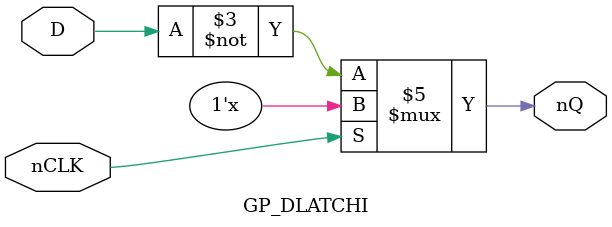
<source format=v>
module GP_DLATCHI(input D, input nCLK, output reg nQ);
	parameter [0:0] INIT = 1'bx;
	initial nQ = INIT;
	always @(*) begin
		if(!nCLK)
			nQ <= ~D;
	end
endmodule
</source>
